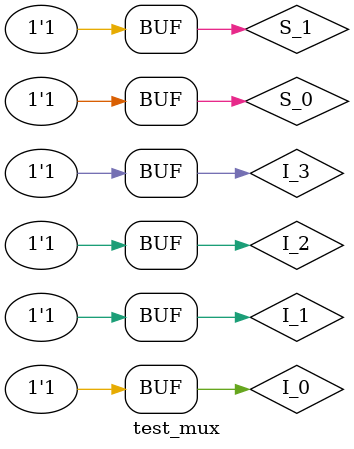
<source format=v>
`timescale 1ns / 1ps

module test_mux;
  reg S_0, S_1, I_0, I_1, I_2, I_3;
  
  wire OUT;
    
    mux4to1 myMux(
      .S_0( S_0 ),
      .S_1( S_1),
       
      .I_0( I_0 ),
      .I_1( I_1 ),
      .I_2( I_2 ),
      .I_3( I_3 ),
      
      .OUT( OUT )
    );
    initial
    begin
    $monitor( S_0, S_1, OUT );
    
     S_1 = 1'b0;
     S_0 = 1'b0;
     
     I_0 = 1'b1;
     I_1 = 1'b1;
     I_2 = 1'b1;
     I_3 = 1'b1;
     
     #10
     S_1 = 1'b0;
     S_0 = 1'b1;
     
     I_0 = 1'b1;
     I_1 = 1'b1;
     I_2 = 1'b1;
     I_3 = 1'b1;
     
     #10
     S_1 = 1'b1;
     S_0 = 1'b0;
     
     I_0 = 1'b1;
     I_1 = 1'b1;
     I_2 = 1'b1;
     I_3 = 1'b1;
          
     #10
     S_1 = 1'b1;
     S_0 = 1'b1;
     
     I_0 = 1'b1;
     I_1 = 1'b1;
     I_2 = 1'b1;
     I_3 = 1'b1;
    end
    
endmodule

</source>
